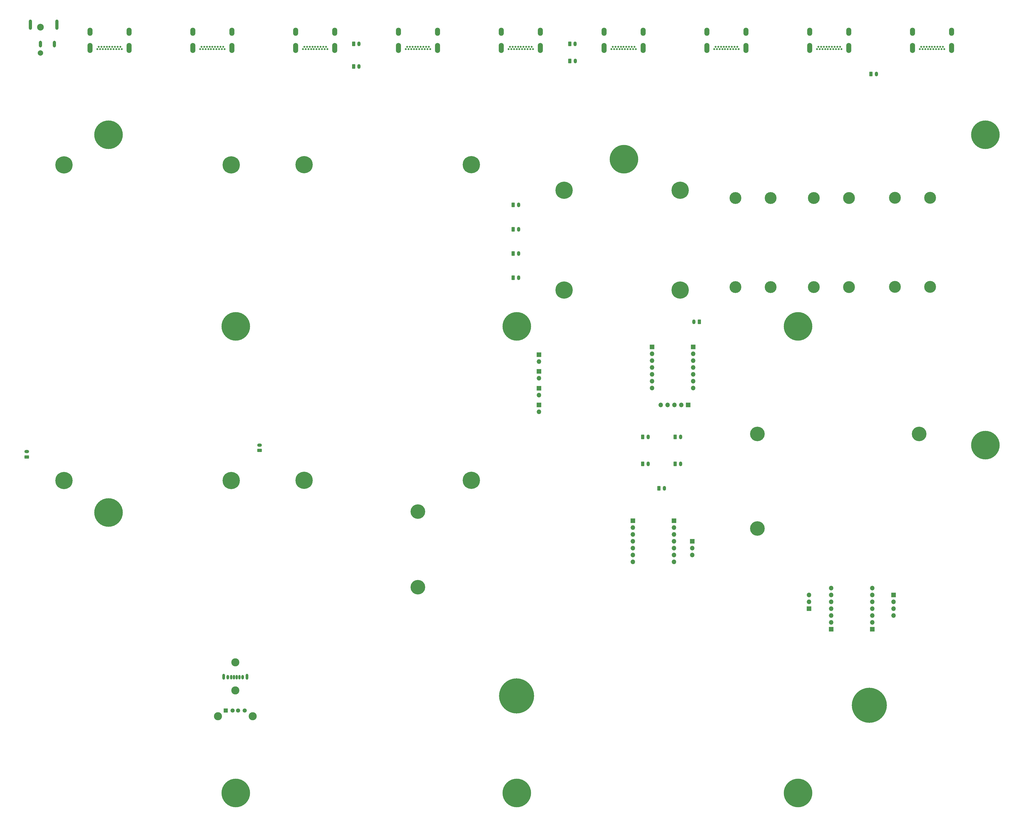
<source format=gbr>
%TF.GenerationSoftware,KiCad,Pcbnew,(6.0.5)*%
%TF.CreationDate,2022-12-19T16:40:22-07:00*%
%TF.ProjectId,Thermometry_Enclosure,54686572-6d6f-46d6-9574-72795f456e63,rev?*%
%TF.SameCoordinates,Original*%
%TF.FileFunction,Soldermask,Bot*%
%TF.FilePolarity,Negative*%
%FSLAX46Y46*%
G04 Gerber Fmt 4.6, Leading zero omitted, Abs format (unit mm)*
G04 Created by KiCad (PCBNEW (6.0.5)) date 2022-12-19 16:40:22*
%MOMM*%
%LPD*%
G01*
G04 APERTURE LIST*
G04 Aperture macros list*
%AMRoundRect*
0 Rectangle with rounded corners*
0 $1 Rounding radius*
0 $2 $3 $4 $5 $6 $7 $8 $9 X,Y pos of 4 corners*
0 Add a 4 corners polygon primitive as box body*
4,1,4,$2,$3,$4,$5,$6,$7,$8,$9,$2,$3,0*
0 Add four circle primitives for the rounded corners*
1,1,$1+$1,$2,$3*
1,1,$1+$1,$4,$5*
1,1,$1+$1,$6,$7*
1,1,$1+$1,$8,$9*
0 Add four rect primitives between the rounded corners*
20,1,$1+$1,$2,$3,$4,$5,0*
20,1,$1+$1,$4,$5,$6,$7,0*
20,1,$1+$1,$6,$7,$8,$9,0*
20,1,$1+$1,$8,$9,$2,$3,0*%
G04 Aperture macros list end*
%ADD10R,1.700000X1.700000*%
%ADD11O,1.700000X1.700000*%
%ADD12C,10.600000*%
%ADD13C,6.400000*%
%ADD14RoundRect,0.250000X-0.350000X-0.625000X0.350000X-0.625000X0.350000X0.625000X-0.350000X0.625000X0*%
%ADD15O,1.200000X1.750000*%
%ADD16C,0.700000*%
%ADD17O,1.900000X3.000000*%
%ADD18O,1.900000X3.700000*%
%ADD19C,4.400000*%
%ADD20C,5.400000*%
%ADD21RoundRect,0.250000X0.350000X0.625000X-0.350000X0.625000X-0.350000X-0.625000X0.350000X-0.625000X0*%
%ADD22C,3.000000*%
%ADD23O,1.000000X2.200000*%
%ADD24O,0.800000X1.650000*%
%ADD25O,0.820000X1.650000*%
%ADD26O,1.020000X1.650000*%
%ADD27C,2.500000*%
%ADD28O,1.200000X3.800000*%
%ADD29O,1.200000X2.500000*%
%ADD30C,2.000000*%
%ADD31C,13.000000*%
%ADD32R,1.550000X1.524000*%
%ADD33C,1.550000*%
%ADD34RoundRect,0.250000X0.625000X-0.350000X0.625000X0.350000X-0.625000X0.350000X-0.625000X-0.350000X0*%
%ADD35O,1.750000X1.200000*%
G04 APERTURE END LIST*
D10*
%TO.C,J50*%
X184550000Y-116500000D03*
D11*
X184550000Y-119040000D03*
%TD*%
D12*
%TO.C,H39*%
X25000000Y-35000000D03*
%TD*%
%TO.C,H38*%
X25000000Y-175000000D03*
%TD*%
D13*
%TO.C,H8*%
X70525000Y-163125000D03*
%TD*%
D14*
%TO.C,J38*%
X175000000Y-79000000D03*
D15*
X177000000Y-79000000D03*
%TD*%
D16*
%TO.C,J9*%
X325700000Y-3200000D03*
X326200000Y-2400000D03*
X326700000Y-3200000D03*
X327200000Y-2400000D03*
X327700000Y-3200000D03*
X328200000Y-2400000D03*
X328700000Y-3200000D03*
X329200000Y-2400000D03*
X329700000Y-3200000D03*
X330200000Y-2400000D03*
X330700000Y-3200000D03*
X331200000Y-2400000D03*
X331700000Y-3200000D03*
X332200000Y-2400000D03*
X332700000Y-3200000D03*
X333200000Y-2400000D03*
X333700000Y-3200000D03*
X334200000Y-2400000D03*
X334700000Y-3200000D03*
D17*
X337450000Y3200000D03*
X322950000Y3200000D03*
D18*
X322950000Y-2840000D03*
X337450000Y-2840000D03*
%TD*%
D13*
%TO.C,H7*%
X70525000Y-46125000D03*
%TD*%
%TO.C,H13*%
X193855000Y-55555000D03*
%TD*%
D19*
%TO.C,H25*%
X257354000Y-91416000D03*
%TD*%
D13*
%TO.C,H5*%
X8525000Y-46125000D03*
%TD*%
D14*
%TO.C,J43*%
X195960000Y-7663000D03*
D15*
X197960000Y-7663000D03*
%TD*%
D13*
%TO.C,H14*%
X236855000Y-55555000D03*
%TD*%
D10*
%TO.C,J53*%
X315975000Y-205544000D03*
D11*
X315975000Y-208084000D03*
X315975000Y-210624000D03*
X315975000Y-213164000D03*
%TD*%
D10*
%TO.C,J57*%
X241710000Y-113660000D03*
D11*
X241710000Y-116200000D03*
X241710000Y-118740000D03*
X241710000Y-121280000D03*
X241710000Y-123820000D03*
X241710000Y-126360000D03*
X241710000Y-128900000D03*
%TD*%
D13*
%TO.C,H6*%
X8525000Y-163125000D03*
%TD*%
%TO.C,H3*%
X159497000Y-46055000D03*
%TD*%
D12*
%TO.C,H37*%
X72150000Y-106000000D03*
%TD*%
D16*
%TO.C,J7*%
X249500000Y-3200000D03*
X250000000Y-2400000D03*
X250500000Y-3200000D03*
X251000000Y-2400000D03*
X251500000Y-3200000D03*
X252000000Y-2400000D03*
X252500000Y-3200000D03*
X253000000Y-2400000D03*
X253500000Y-3200000D03*
X254000000Y-2400000D03*
X254500000Y-3200000D03*
X255000000Y-2400000D03*
X255500000Y-3200000D03*
X256000000Y-2400000D03*
X256500000Y-3200000D03*
X257000000Y-2400000D03*
X257500000Y-3200000D03*
X258000000Y-2400000D03*
X258500000Y-3200000D03*
D18*
X246750000Y-2840000D03*
D17*
X261250000Y3200000D03*
X246750000Y3200000D03*
D18*
X261250000Y-2840000D03*
%TD*%
D19*
%TO.C,H17*%
X286424000Y-91416000D03*
%TD*%
D14*
%TO.C,J36*%
X223000000Y-157000000D03*
D15*
X225000000Y-157000000D03*
%TD*%
D12*
%TO.C,H40*%
X216000000Y-44000000D03*
%TD*%
D19*
%TO.C,H28*%
X316474000Y-91365999D03*
%TD*%
D20*
%TO.C,H9*%
X139706000Y-174715000D03*
%TD*%
D13*
%TO.C,H1*%
X97497000Y-163055000D03*
%TD*%
%TO.C,H2*%
X159497000Y-163055000D03*
%TD*%
D10*
%TO.C,J52*%
X184550000Y-128950000D03*
D11*
X184550000Y-131490000D03*
%TD*%
D14*
%TO.C,J39*%
X175000000Y-61000000D03*
D15*
X177000000Y-61000000D03*
%TD*%
D10*
%TO.C,J48*%
X241375000Y-185648000D03*
D11*
X241375000Y-188188000D03*
X241375000Y-190728000D03*
%TD*%
D21*
%TO.C,J68*%
X243950000Y-104300000D03*
D15*
X241950000Y-104300000D03*
%TD*%
D14*
%TO.C,J33*%
X235000000Y-147000000D03*
D15*
X237000000Y-147000000D03*
%TD*%
D16*
%TO.C,J6*%
X211400000Y-3200000D03*
X211900000Y-2400000D03*
X212400000Y-3200000D03*
X212900000Y-2400000D03*
X213400000Y-3200000D03*
X213900000Y-2400000D03*
X214400000Y-3200000D03*
X214900000Y-2400000D03*
X215400000Y-3200000D03*
X215900000Y-2400000D03*
X216400000Y-3200000D03*
X216900000Y-2400000D03*
X217400000Y-3200000D03*
X217900000Y-2400000D03*
X218400000Y-3200000D03*
X218900000Y-2400000D03*
X219400000Y-3200000D03*
X219900000Y-2400000D03*
X220400000Y-3200000D03*
D17*
X208650000Y3200000D03*
X223150000Y3200000D03*
D18*
X208650000Y-2840000D03*
X223150000Y-2840000D03*
%TD*%
D20*
%TO.C,H21*%
X265463000Y-145910000D03*
%TD*%
D14*
%TO.C,J34*%
X223000000Y-147000000D03*
D15*
X225000000Y-147000000D03*
%TD*%
D14*
%TO.C,J35*%
X235000000Y-157000000D03*
D15*
X237000000Y-157000000D03*
%TD*%
D22*
%TO.C,USB1*%
X72000000Y-230595000D03*
X72000000Y-241009000D03*
D23*
X76320000Y-235897000D03*
X67680000Y-235897000D03*
D24*
X71500000Y-236102000D03*
D25*
X73520000Y-236102000D03*
D26*
X74750000Y-236102000D03*
D24*
X72500000Y-236102000D03*
D25*
X70480000Y-236102000D03*
D26*
X69250000Y-236102000D03*
%TD*%
D13*
%TO.C,H4*%
X97497000Y-46055000D03*
%TD*%
D10*
%TO.C,J60*%
X184550000Y-135175000D03*
D11*
X184550000Y-137715000D03*
%TD*%
D19*
%TO.C,H24*%
X270354000Y-91416000D03*
%TD*%
D12*
%TO.C,H31*%
X72150000Y-279000000D03*
%TD*%
D19*
%TO.C,H18*%
X299424000Y-91416000D03*
%TD*%
D10*
%TO.C,J58*%
X308040000Y-218250000D03*
D11*
X308040000Y-215710000D03*
X308040000Y-213170000D03*
X308040000Y-210630000D03*
X308040000Y-208090000D03*
X308040000Y-205550000D03*
X308040000Y-203010000D03*
%TD*%
D20*
%TO.C,H19*%
X325463000Y-145910000D03*
%TD*%
D10*
%TO.C,J61*%
X284625000Y-210652000D03*
D11*
X284625000Y-208112000D03*
X284625000Y-205572000D03*
%TD*%
D14*
%TO.C,J44*%
X115860000Y-9688000D03*
D15*
X117860000Y-9688000D03*
%TD*%
D14*
%TO.C,J46*%
X115860000Y-1288000D03*
D15*
X117860000Y-1288000D03*
%TD*%
D12*
%TO.C,H32*%
X176350000Y-279000000D03*
%TD*%
D19*
%TO.C,H23*%
X257354000Y-58416000D03*
%TD*%
D16*
%TO.C,J1*%
X20900000Y-3200000D03*
X21400000Y-2400000D03*
X21900000Y-3200000D03*
X22400000Y-2400000D03*
X22900000Y-3200000D03*
X23400000Y-2400000D03*
X23900000Y-3200000D03*
X24400000Y-2400000D03*
X24900000Y-3200000D03*
X25400000Y-2400000D03*
X25900000Y-3200000D03*
X26400000Y-2400000D03*
X26900000Y-3200000D03*
X27400000Y-2400000D03*
X27900000Y-3200000D03*
X28400000Y-2400000D03*
X28900000Y-3200000D03*
X29400000Y-2400000D03*
X29900000Y-3200000D03*
D17*
X32650000Y3200000D03*
D18*
X18150000Y-2840000D03*
D17*
X18150000Y3200000D03*
D18*
X32650000Y-2840000D03*
%TD*%
D14*
%TO.C,J40*%
X175000000Y-88000000D03*
D15*
X177000000Y-88000000D03*
%TD*%
D10*
%TO.C,J51*%
X184550000Y-122725000D03*
D11*
X184550000Y-125265000D03*
%TD*%
D19*
%TO.C,H29*%
X329474000Y-91365999D03*
%TD*%
D13*
%TO.C,H12*%
X236855000Y-92555000D03*
%TD*%
D27*
%TO.C,DC1*%
X-205000Y4875000D03*
D28*
X5925000Y5825000D03*
D29*
X4995000Y-1375000D03*
X-205000Y-1375000D03*
D30*
X-205000Y-4625000D03*
D28*
X-3925000Y5825000D03*
%TD*%
D19*
%TO.C,H27*%
X329474000Y-58365999D03*
%TD*%
D16*
%TO.C,J8*%
X287600000Y-3200000D03*
X288100000Y-2400000D03*
X288600000Y-3200000D03*
X289100000Y-2400000D03*
X289600000Y-3200000D03*
X290100000Y-2400000D03*
X290600000Y-3200000D03*
X291100000Y-2400000D03*
X291600000Y-3200000D03*
X292100000Y-2400000D03*
X292600000Y-3200000D03*
X293100000Y-2400000D03*
X293600000Y-3200000D03*
X294100000Y-2400000D03*
X294600000Y-3200000D03*
X295100000Y-2400000D03*
X295600000Y-3200000D03*
X296100000Y-2400000D03*
X296600000Y-3200000D03*
D18*
X284850000Y-2840000D03*
D17*
X284850000Y3200000D03*
D18*
X299350000Y-2840000D03*
D17*
X299350000Y3200000D03*
%TD*%
D16*
%TO.C,J2*%
X59000000Y-3200000D03*
X59500000Y-2400000D03*
X60000000Y-3200000D03*
X60500000Y-2400000D03*
X61000000Y-3200000D03*
X61500000Y-2400000D03*
X62000000Y-3200000D03*
X62500000Y-2400000D03*
X63000000Y-3200000D03*
X63500000Y-2400000D03*
X64000000Y-3200000D03*
X64500000Y-2400000D03*
X65000000Y-3200000D03*
X65500000Y-2400000D03*
X66000000Y-3200000D03*
X66500000Y-2400000D03*
X67000000Y-3200000D03*
X67500000Y-2400000D03*
X68000000Y-3200000D03*
D17*
X56250000Y3200000D03*
D18*
X56250000Y-2840000D03*
X70750000Y-2840000D03*
D17*
X70750000Y3200000D03*
%TD*%
D31*
%TO.C,H41*%
X306985000Y-246455000D03*
%TD*%
D14*
%TO.C,J30*%
X229000000Y-166000000D03*
D15*
X231000000Y-166000000D03*
%TD*%
D14*
%TO.C,J32*%
X307585000Y-12413000D03*
D15*
X309585000Y-12413000D03*
%TD*%
D10*
%TO.C,J14*%
X219360000Y-178050000D03*
D11*
X219360000Y-180590000D03*
X219360000Y-183130000D03*
X219360000Y-185670000D03*
X219360000Y-188210000D03*
X219360000Y-190750000D03*
X219360000Y-193290000D03*
%TD*%
D14*
%TO.C,J45*%
X195940000Y-1293000D03*
D15*
X197940000Y-1293000D03*
%TD*%
D12*
%TO.C,H30*%
X280550000Y-106000000D03*
%TD*%
%TO.C,H33*%
X280550000Y-279000000D03*
%TD*%
D16*
%TO.C,J4*%
X135200000Y-3200000D03*
X135700000Y-2400000D03*
X136200000Y-3200000D03*
X136700000Y-2400000D03*
X137200000Y-3200000D03*
X137700000Y-2400000D03*
X138200000Y-3200000D03*
X138700000Y-2400000D03*
X139200000Y-3200000D03*
X139700000Y-2400000D03*
X140200000Y-3200000D03*
X140700000Y-2400000D03*
X141200000Y-3200000D03*
X141700000Y-2400000D03*
X142200000Y-3200000D03*
X142700000Y-2400000D03*
X143200000Y-3200000D03*
X143700000Y-2400000D03*
X144200000Y-3200000D03*
D17*
X146950000Y3200000D03*
D18*
X146950000Y-2840000D03*
X132450000Y-2840000D03*
D17*
X132450000Y3200000D03*
%TD*%
D10*
%TO.C,J56*%
X239802000Y-135175000D03*
D11*
X237262000Y-135175000D03*
X234722000Y-135175000D03*
X232182000Y-135175000D03*
X229642000Y-135175000D03*
%TD*%
D12*
%TO.C,H35*%
X176350000Y-106000000D03*
%TD*%
D10*
%TO.C,J15*%
X234600000Y-178050000D03*
D11*
X234600000Y-180590000D03*
X234600000Y-183130000D03*
X234600000Y-185670000D03*
X234600000Y-188210000D03*
X234600000Y-190750000D03*
X234600000Y-193290000D03*
%TD*%
D12*
%TO.C,H34*%
X350000000Y-35000000D03*
%TD*%
D31*
%TO.C,H41*%
X176215000Y-242965000D03*
%TD*%
D19*
%TO.C,H22*%
X270354000Y-58416000D03*
%TD*%
D16*
%TO.C,J5*%
X173300000Y-3200000D03*
X173800000Y-2400000D03*
X174300000Y-3200000D03*
X174800000Y-2400000D03*
X175300000Y-3200000D03*
X175800000Y-2400000D03*
X176300000Y-3200000D03*
X176800000Y-2400000D03*
X177300000Y-3200000D03*
X177800000Y-2400000D03*
X178300000Y-3200000D03*
X178800000Y-2400000D03*
X179300000Y-3200000D03*
X179800000Y-2400000D03*
X180300000Y-3200000D03*
X180800000Y-2400000D03*
X181300000Y-3200000D03*
X181800000Y-2400000D03*
X182300000Y-3200000D03*
D17*
X170550000Y3200000D03*
D18*
X170550000Y-2840000D03*
D17*
X185050000Y3200000D03*
D18*
X185050000Y-2840000D03*
%TD*%
D20*
%TO.C,H20*%
X265463000Y-180910000D03*
%TD*%
D10*
%TO.C,J59*%
X292800000Y-218250000D03*
D11*
X292800000Y-215710000D03*
X292800000Y-213170000D03*
X292800000Y-210630000D03*
X292800000Y-208090000D03*
X292800000Y-205550000D03*
X292800000Y-203010000D03*
%TD*%
D10*
%TO.C,J55*%
X226470000Y-113660000D03*
D11*
X226470000Y-116200000D03*
X226470000Y-118740000D03*
X226470000Y-121280000D03*
X226470000Y-123820000D03*
X226470000Y-126360000D03*
X226470000Y-128900000D03*
%TD*%
D14*
%TO.C,J41*%
X175000000Y-70000000D03*
D15*
X177000000Y-70000000D03*
%TD*%
D20*
%TO.C,H10*%
X139706000Y-202715000D03*
%TD*%
D19*
%TO.C,H15*%
X299424000Y-58416000D03*
%TD*%
D13*
%TO.C,H11*%
X193855000Y-92555000D03*
%TD*%
D19*
%TO.C,H16*%
X286424000Y-58416000D03*
%TD*%
D12*
%TO.C,H36*%
X350000000Y-150000000D03*
%TD*%
D32*
%TO.C,USB2*%
X68500000Y-248450000D03*
D33*
X71000000Y-248450000D03*
X73000000Y-248450000D03*
X75500000Y-248450000D03*
D22*
X78425000Y-250550000D03*
X65575000Y-250550000D03*
%TD*%
D34*
%TO.C,J67*%
X81000000Y-152000000D03*
D35*
X81000000Y-150000000D03*
%TD*%
D19*
%TO.C,H26*%
X316474000Y-58365999D03*
%TD*%
D34*
%TO.C,J47*%
X-5277000Y-154400000D03*
D35*
X-5277000Y-152400000D03*
%TD*%
D16*
%TO.C,J3*%
X97100000Y-3200000D03*
X97600000Y-2400000D03*
X98100000Y-3200000D03*
X98600000Y-2400000D03*
X99100000Y-3200000D03*
X99600000Y-2400000D03*
X100100000Y-3200000D03*
X100600000Y-2400000D03*
X101100000Y-3200000D03*
X101600000Y-2400000D03*
X102100000Y-3200000D03*
X102600000Y-2400000D03*
X103100000Y-3200000D03*
X103600000Y-2400000D03*
X104100000Y-3200000D03*
X104600000Y-2400000D03*
X105100000Y-3200000D03*
X105600000Y-2400000D03*
X106100000Y-3200000D03*
D18*
X94350000Y-2840000D03*
D17*
X108850000Y3200000D03*
X94350000Y3200000D03*
D18*
X108850000Y-2840000D03*
%TD*%
M02*

</source>
